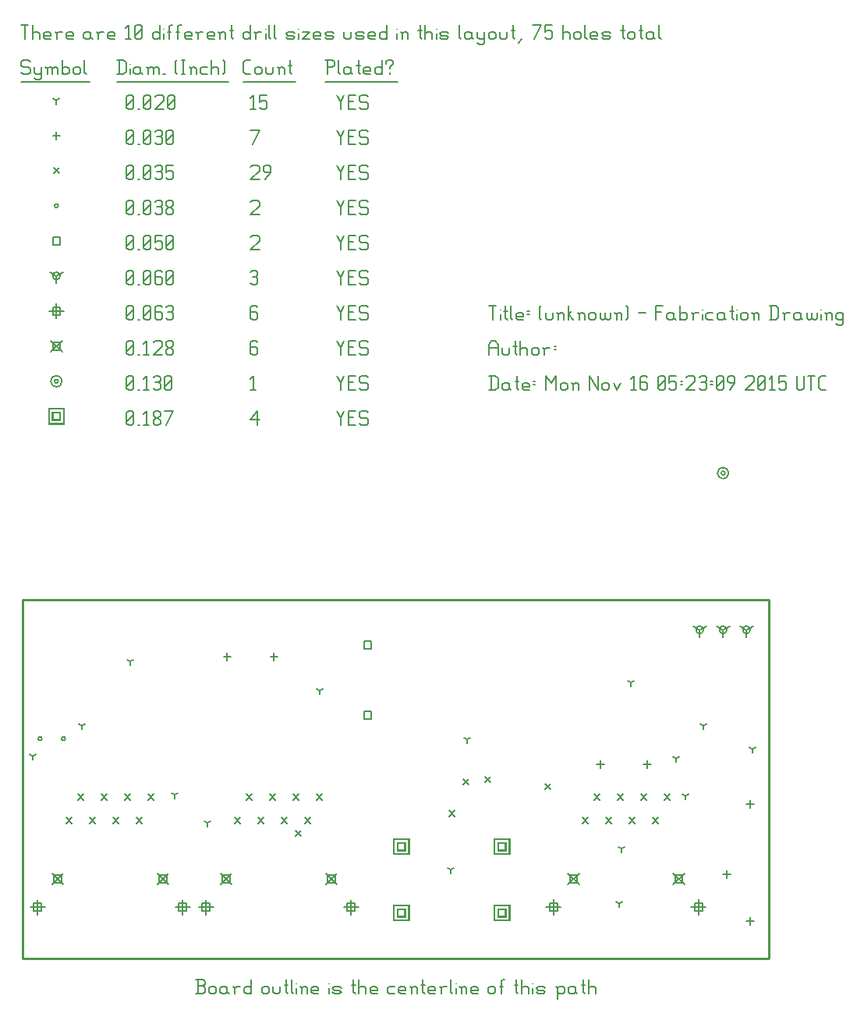
<source format=gbr>
G04 start of page 12 for group -3984 idx -3984 *
G04 Title: (unknown), fab *
G04 Creator: pcb 1.99z *
G04 CreationDate: Mon Nov 16 05:23:09 2015 UTC *
G04 For: commonadmin *
G04 Format: Gerber/RS-274X *
G04 PCB-Dimensions (mil): 3220.00 2260.00 *
G04 PCB-Coordinate-Origin: lower left *
%MOIN*%
%FSLAX25Y25*%
%LNFAB*%
%ADD112C,0.0100*%
%ADD111C,0.0075*%
%ADD110C,0.0060*%
%ADD109R,0.0080X0.0080*%
G54D109*X203900Y26600D02*X207100D01*
X203900D02*Y23400D01*
X207100D01*
Y26600D02*Y23400D01*
X202300Y28200D02*X208700D01*
X202300D02*Y21800D01*
X208700D01*
Y28200D02*Y21800D01*
X203900Y54946D02*X207100D01*
X203900D02*Y51746D01*
X207100D01*
Y54946D02*Y51746D01*
X202300Y56546D02*X208700D01*
X202300D02*Y50146D01*
X208700D01*
Y56546D02*Y50146D01*
X160900Y26600D02*X164100D01*
X160900D02*Y23400D01*
X164100D01*
Y26600D02*Y23400D01*
X159300Y28200D02*X165700D01*
X159300D02*Y21800D01*
X165700D01*
Y28200D02*Y21800D01*
X160900Y54946D02*X164100D01*
X160900D02*Y51746D01*
X164100D01*
Y54946D02*Y51746D01*
X159300Y56546D02*X165700D01*
X159300D02*Y50146D01*
X165700D01*
Y56546D02*Y50146D01*
X13400Y238850D02*X16600D01*
X13400D02*Y235650D01*
X16600D01*
Y238850D02*Y235650D01*
X11800Y240450D02*X18200D01*
X11800D02*Y234050D01*
X18200D01*
Y240450D02*Y234050D01*
G54D110*X135000Y239500D02*X136500Y236500D01*
X138000Y239500D01*
X136500Y236500D02*Y233500D01*
X139800Y236800D02*X142050D01*
X139800Y233500D02*X142800D01*
X139800Y239500D02*Y233500D01*
Y239500D02*X142800D01*
X147600D02*X148350Y238750D01*
X145350Y239500D02*X147600D01*
X144600Y238750D02*X145350Y239500D01*
X144600Y238750D02*Y237250D01*
X145350Y236500D01*
X147600D01*
X148350Y235750D01*
Y234250D01*
X147600Y233500D02*X148350Y234250D01*
X145350Y233500D02*X147600D01*
X144600Y234250D02*X145350Y233500D01*
X98000Y235750D02*X101000Y239500D01*
X98000Y235750D02*X101750D01*
X101000Y239500D02*Y233500D01*
X45000Y234250D02*X45750Y233500D01*
X45000Y238750D02*Y234250D01*
Y238750D02*X45750Y239500D01*
X47250D01*
X48000Y238750D01*
Y234250D01*
X47250Y233500D02*X48000Y234250D01*
X45750Y233500D02*X47250D01*
X45000Y235000D02*X48000Y238000D01*
X49800Y233500D02*X50550D01*
X52350Y238300D02*X53550Y239500D01*
Y233500D01*
X52350D02*X54600D01*
X56400Y234250D02*X57150Y233500D01*
X56400Y235450D02*Y234250D01*
Y235450D02*X57450Y236500D01*
X58350D01*
X59400Y235450D01*
Y234250D01*
X58650Y233500D02*X59400Y234250D01*
X57150Y233500D02*X58650D01*
X56400Y237550D02*X57450Y236500D01*
X56400Y238750D02*Y237550D01*
Y238750D02*X57150Y239500D01*
X58650D01*
X59400Y238750D01*
Y237550D01*
X58350Y236500D02*X59400Y237550D01*
X61950Y233500D02*X64950Y239500D01*
X61200D02*X64950D01*
X299200Y213000D02*G75*G03X300800Y213000I800J0D01*G01*
G75*G03X299200Y213000I-800J0D01*G01*
X297600D02*G75*G03X302400Y213000I2400J0D01*G01*
G75*G03X297600Y213000I-2400J0D01*G01*
X14200Y252250D02*G75*G03X15800Y252250I800J0D01*G01*
G75*G03X14200Y252250I-800J0D01*G01*
X12600D02*G75*G03X17400Y252250I2400J0D01*G01*
G75*G03X12600Y252250I-2400J0D01*G01*
X135000Y254500D02*X136500Y251500D01*
X138000Y254500D01*
X136500Y251500D02*Y248500D01*
X139800Y251800D02*X142050D01*
X139800Y248500D02*X142800D01*
X139800Y254500D02*Y248500D01*
Y254500D02*X142800D01*
X147600D02*X148350Y253750D01*
X145350Y254500D02*X147600D01*
X144600Y253750D02*X145350Y254500D01*
X144600Y253750D02*Y252250D01*
X145350Y251500D01*
X147600D01*
X148350Y250750D01*
Y249250D01*
X147600Y248500D02*X148350Y249250D01*
X145350Y248500D02*X147600D01*
X144600Y249250D02*X145350Y248500D01*
X98000Y253300D02*X99200Y254500D01*
Y248500D01*
X98000D02*X100250D01*
X45000Y249250D02*X45750Y248500D01*
X45000Y253750D02*Y249250D01*
Y253750D02*X45750Y254500D01*
X47250D01*
X48000Y253750D01*
Y249250D01*
X47250Y248500D02*X48000Y249250D01*
X45750Y248500D02*X47250D01*
X45000Y250000D02*X48000Y253000D01*
X49800Y248500D02*X50550D01*
X52350Y253300D02*X53550Y254500D01*
Y248500D01*
X52350D02*X54600D01*
X56400Y253750D02*X57150Y254500D01*
X58650D01*
X59400Y253750D01*
X58650Y248500D02*X59400Y249250D01*
X57150Y248500D02*X58650D01*
X56400Y249250D02*X57150Y248500D01*
Y251800D02*X58650D01*
X59400Y253750D02*Y252550D01*
Y251050D02*Y249250D01*
Y251050D02*X58650Y251800D01*
X59400Y252550D02*X58650Y251800D01*
X61200Y249250D02*X61950Y248500D01*
X61200Y253750D02*Y249250D01*
Y253750D02*X61950Y254500D01*
X63450D01*
X64200Y253750D01*
Y249250D01*
X63450Y248500D02*X64200Y249250D01*
X61950Y248500D02*X63450D01*
X61200Y250000D02*X64200Y253000D01*
X233643Y41908D02*X238443Y37108D01*
X233643D02*X238443Y41908D01*
X234443Y41108D02*X237643D01*
X234443D02*Y37908D01*
X237643D01*
Y41108D02*Y37908D01*
X278643Y41908D02*X283443Y37108D01*
X278643D02*X283443Y41908D01*
X279443Y41108D02*X282643D01*
X279443D02*Y37908D01*
X282643D01*
Y41108D02*Y37908D01*
X13100Y41900D02*X17900Y37100D01*
X13100D02*X17900Y41900D01*
X13900Y41100D02*X17100D01*
X13900D02*Y37900D01*
X17100D01*
Y41100D02*Y37900D01*
X58100Y41900D02*X62900Y37100D01*
X58100D02*X62900Y41900D01*
X58900Y41100D02*X62100D01*
X58900D02*Y37900D01*
X62100D01*
Y41100D02*Y37900D01*
X85100Y41900D02*X89900Y37100D01*
X85100D02*X89900Y41900D01*
X85900Y41100D02*X89100D01*
X85900D02*Y37900D01*
X89100D01*
Y41100D02*Y37900D01*
X130100Y41900D02*X134900Y37100D01*
X130100D02*X134900Y41900D01*
X130900Y41100D02*X134100D01*
X130900D02*Y37900D01*
X134100D01*
Y41100D02*Y37900D01*
X12600Y269650D02*X17400Y264850D01*
X12600D02*X17400Y269650D01*
X13400Y268850D02*X16600D01*
X13400D02*Y265650D01*
X16600D01*
Y268850D02*Y265650D01*
X135000Y269500D02*X136500Y266500D01*
X138000Y269500D01*
X136500Y266500D02*Y263500D01*
X139800Y266800D02*X142050D01*
X139800Y263500D02*X142800D01*
X139800Y269500D02*Y263500D01*
Y269500D02*X142800D01*
X147600D02*X148350Y268750D01*
X145350Y269500D02*X147600D01*
X144600Y268750D02*X145350Y269500D01*
X144600Y268750D02*Y267250D01*
X145350Y266500D01*
X147600D01*
X148350Y265750D01*
Y264250D01*
X147600Y263500D02*X148350Y264250D01*
X145350Y263500D02*X147600D01*
X144600Y264250D02*X145350Y263500D01*
X100250Y269500D02*X101000Y268750D01*
X98750Y269500D02*X100250D01*
X98000Y268750D02*X98750Y269500D01*
X98000Y268750D02*Y264250D01*
X98750Y263500D01*
X100250Y266800D02*X101000Y266050D01*
X98000Y266800D02*X100250D01*
X98750Y263500D02*X100250D01*
X101000Y264250D01*
Y266050D02*Y264250D01*
X45000D02*X45750Y263500D01*
X45000Y268750D02*Y264250D01*
Y268750D02*X45750Y269500D01*
X47250D01*
X48000Y268750D01*
Y264250D01*
X47250Y263500D02*X48000Y264250D01*
X45750Y263500D02*X47250D01*
X45000Y265000D02*X48000Y268000D01*
X49800Y263500D02*X50550D01*
X52350Y268300D02*X53550Y269500D01*
Y263500D01*
X52350D02*X54600D01*
X56400Y268750D02*X57150Y269500D01*
X59400D01*
X60150Y268750D01*
Y267250D01*
X56400Y263500D02*X60150Y267250D01*
X56400Y263500D02*X60150D01*
X61950Y264250D02*X62700Y263500D01*
X61950Y265450D02*Y264250D01*
Y265450D02*X63000Y266500D01*
X63900D01*
X64950Y265450D01*
Y264250D01*
X64200Y263500D02*X64950Y264250D01*
X62700Y263500D02*X64200D01*
X61950Y267550D02*X63000Y266500D01*
X61950Y268750D02*Y267550D01*
Y268750D02*X62700Y269500D01*
X64200D01*
X64950Y268750D01*
Y267550D01*
X63900Y266500D02*X64950Y267550D01*
X227500Y30700D02*Y24300D01*
X224300Y27500D02*X230700D01*
X225900Y29100D02*X229100D01*
X225900D02*Y25900D01*
X229100D01*
Y29100D02*Y25900D01*
X289508Y30700D02*Y24300D01*
X286308Y27500D02*X292708D01*
X287908Y29100D02*X291108D01*
X287908D02*Y25900D01*
X291108D01*
Y29100D02*Y25900D01*
X6957Y30692D02*Y24292D01*
X3757Y27492D02*X10157D01*
X5357Y29092D02*X8557D01*
X5357D02*Y25892D01*
X8557D01*
Y29092D02*Y25892D01*
X68965Y30692D02*Y24292D01*
X65765Y27492D02*X72165D01*
X67365Y29092D02*X70565D01*
X67365D02*Y25892D01*
X70565D01*
Y29092D02*Y25892D01*
X78957Y30692D02*Y24292D01*
X75757Y27492D02*X82157D01*
X77357Y29092D02*X80557D01*
X77357D02*Y25892D01*
X80557D01*
Y29092D02*Y25892D01*
X140965Y30692D02*Y24292D01*
X137765Y27492D02*X144165D01*
X139365Y29092D02*X142565D01*
X139365D02*Y25892D01*
X142565D01*
Y29092D02*Y25892D01*
X15000Y285450D02*Y279050D01*
X11800Y282250D02*X18200D01*
X13400Y283850D02*X16600D01*
X13400D02*Y280650D01*
X16600D01*
Y283850D02*Y280650D01*
X135000Y284500D02*X136500Y281500D01*
X138000Y284500D01*
X136500Y281500D02*Y278500D01*
X139800Y281800D02*X142050D01*
X139800Y278500D02*X142800D01*
X139800Y284500D02*Y278500D01*
Y284500D02*X142800D01*
X147600D02*X148350Y283750D01*
X145350Y284500D02*X147600D01*
X144600Y283750D02*X145350Y284500D01*
X144600Y283750D02*Y282250D01*
X145350Y281500D01*
X147600D01*
X148350Y280750D01*
Y279250D01*
X147600Y278500D02*X148350Y279250D01*
X145350Y278500D02*X147600D01*
X144600Y279250D02*X145350Y278500D01*
X100250Y284500D02*X101000Y283750D01*
X98750Y284500D02*X100250D01*
X98000Y283750D02*X98750Y284500D01*
X98000Y283750D02*Y279250D01*
X98750Y278500D01*
X100250Y281800D02*X101000Y281050D01*
X98000Y281800D02*X100250D01*
X98750Y278500D02*X100250D01*
X101000Y279250D01*
Y281050D02*Y279250D01*
X45000D02*X45750Y278500D01*
X45000Y283750D02*Y279250D01*
Y283750D02*X45750Y284500D01*
X47250D01*
X48000Y283750D01*
Y279250D01*
X47250Y278500D02*X48000Y279250D01*
X45750Y278500D02*X47250D01*
X45000Y280000D02*X48000Y283000D01*
X49800Y278500D02*X50550D01*
X52350Y279250D02*X53100Y278500D01*
X52350Y283750D02*Y279250D01*
Y283750D02*X53100Y284500D01*
X54600D01*
X55350Y283750D01*
Y279250D01*
X54600Y278500D02*X55350Y279250D01*
X53100Y278500D02*X54600D01*
X52350Y280000D02*X55350Y283000D01*
X59400Y284500D02*X60150Y283750D01*
X57900Y284500D02*X59400D01*
X57150Y283750D02*X57900Y284500D01*
X57150Y283750D02*Y279250D01*
X57900Y278500D01*
X59400Y281800D02*X60150Y281050D01*
X57150Y281800D02*X59400D01*
X57900Y278500D02*X59400D01*
X60150Y279250D01*
Y281050D02*Y279250D01*
X61950Y283750D02*X62700Y284500D01*
X64200D01*
X64950Y283750D01*
X64200Y278500D02*X64950Y279250D01*
X62700Y278500D02*X64200D01*
X61950Y279250D02*X62700Y278500D01*
Y281800D02*X64200D01*
X64950Y283750D02*Y282550D01*
Y281050D02*Y279250D01*
Y281050D02*X64200Y281800D01*
X64950Y282550D02*X64200Y281800D01*
X290000Y146000D02*Y142800D01*
Y146000D02*X292773Y147600D01*
X290000Y146000D02*X287227Y147600D01*
X288400Y146000D02*G75*G03X291600Y146000I1600J0D01*G01*
G75*G03X288400Y146000I-1600J0D01*G01*
X300000D02*Y142800D01*
Y146000D02*X302773Y147600D01*
X300000Y146000D02*X297227Y147600D01*
X298400Y146000D02*G75*G03X301600Y146000I1600J0D01*G01*
G75*G03X298400Y146000I-1600J0D01*G01*
X310000D02*Y142800D01*
Y146000D02*X312773Y147600D01*
X310000Y146000D02*X307227Y147600D01*
X308400Y146000D02*G75*G03X311600Y146000I1600J0D01*G01*
G75*G03X308400Y146000I-1600J0D01*G01*
X15000Y297250D02*Y294050D01*
Y297250D02*X17773Y298850D01*
X15000Y297250D02*X12227Y298850D01*
X13400Y297250D02*G75*G03X16600Y297250I1600J0D01*G01*
G75*G03X13400Y297250I-1600J0D01*G01*
X135000Y299500D02*X136500Y296500D01*
X138000Y299500D01*
X136500Y296500D02*Y293500D01*
X139800Y296800D02*X142050D01*
X139800Y293500D02*X142800D01*
X139800Y299500D02*Y293500D01*
Y299500D02*X142800D01*
X147600D02*X148350Y298750D01*
X145350Y299500D02*X147600D01*
X144600Y298750D02*X145350Y299500D01*
X144600Y298750D02*Y297250D01*
X145350Y296500D01*
X147600D01*
X148350Y295750D01*
Y294250D01*
X147600Y293500D02*X148350Y294250D01*
X145350Y293500D02*X147600D01*
X144600Y294250D02*X145350Y293500D01*
X98000Y298750D02*X98750Y299500D01*
X100250D01*
X101000Y298750D01*
X100250Y293500D02*X101000Y294250D01*
X98750Y293500D02*X100250D01*
X98000Y294250D02*X98750Y293500D01*
Y296800D02*X100250D01*
X101000Y298750D02*Y297550D01*
Y296050D02*Y294250D01*
Y296050D02*X100250Y296800D01*
X101000Y297550D02*X100250Y296800D01*
X45000Y294250D02*X45750Y293500D01*
X45000Y298750D02*Y294250D01*
Y298750D02*X45750Y299500D01*
X47250D01*
X48000Y298750D01*
Y294250D01*
X47250Y293500D02*X48000Y294250D01*
X45750Y293500D02*X47250D01*
X45000Y295000D02*X48000Y298000D01*
X49800Y293500D02*X50550D01*
X52350Y294250D02*X53100Y293500D01*
X52350Y298750D02*Y294250D01*
Y298750D02*X53100Y299500D01*
X54600D01*
X55350Y298750D01*
Y294250D01*
X54600Y293500D02*X55350Y294250D01*
X53100Y293500D02*X54600D01*
X52350Y295000D02*X55350Y298000D01*
X59400Y299500D02*X60150Y298750D01*
X57900Y299500D02*X59400D01*
X57150Y298750D02*X57900Y299500D01*
X57150Y298750D02*Y294250D01*
X57900Y293500D01*
X59400Y296800D02*X60150Y296050D01*
X57150Y296800D02*X59400D01*
X57900Y293500D02*X59400D01*
X60150Y294250D01*
Y296050D02*Y294250D01*
X61950D02*X62700Y293500D01*
X61950Y298750D02*Y294250D01*
Y298750D02*X62700Y299500D01*
X64200D01*
X64950Y298750D01*
Y294250D01*
X64200Y293500D02*X64950Y294250D01*
X62700Y293500D02*X64200D01*
X61950Y295000D02*X64950Y298000D01*
X146400Y141100D02*X149600D01*
X146400D02*Y137900D01*
X149600D01*
Y141100D02*Y137900D01*
X146400Y111100D02*X149600D01*
X146400D02*Y107900D01*
X149600D01*
Y111100D02*Y107900D01*
X13400Y313850D02*X16600D01*
X13400D02*Y310650D01*
X16600D01*
Y313850D02*Y310650D01*
X135000Y314500D02*X136500Y311500D01*
X138000Y314500D01*
X136500Y311500D02*Y308500D01*
X139800Y311800D02*X142050D01*
X139800Y308500D02*X142800D01*
X139800Y314500D02*Y308500D01*
Y314500D02*X142800D01*
X147600D02*X148350Y313750D01*
X145350Y314500D02*X147600D01*
X144600Y313750D02*X145350Y314500D01*
X144600Y313750D02*Y312250D01*
X145350Y311500D01*
X147600D01*
X148350Y310750D01*
Y309250D01*
X147600Y308500D02*X148350Y309250D01*
X145350Y308500D02*X147600D01*
X144600Y309250D02*X145350Y308500D01*
X98000Y313750D02*X98750Y314500D01*
X101000D01*
X101750Y313750D01*
Y312250D01*
X98000Y308500D02*X101750Y312250D01*
X98000Y308500D02*X101750D01*
X45000Y309250D02*X45750Y308500D01*
X45000Y313750D02*Y309250D01*
Y313750D02*X45750Y314500D01*
X47250D01*
X48000Y313750D01*
Y309250D01*
X47250Y308500D02*X48000Y309250D01*
X45750Y308500D02*X47250D01*
X45000Y310000D02*X48000Y313000D01*
X49800Y308500D02*X50550D01*
X52350Y309250D02*X53100Y308500D01*
X52350Y313750D02*Y309250D01*
Y313750D02*X53100Y314500D01*
X54600D01*
X55350Y313750D01*
Y309250D01*
X54600Y308500D02*X55350Y309250D01*
X53100Y308500D02*X54600D01*
X52350Y310000D02*X55350Y313000D01*
X57150Y314500D02*X60150D01*
X57150D02*Y311500D01*
X57900Y312250D01*
X59400D01*
X60150Y311500D01*
Y309250D01*
X59400Y308500D02*X60150Y309250D01*
X57900Y308500D02*X59400D01*
X57150Y309250D02*X57900Y308500D01*
X61950Y309250D02*X62700Y308500D01*
X61950Y313750D02*Y309250D01*
Y313750D02*X62700Y314500D01*
X64200D01*
X64950Y313750D01*
Y309250D01*
X64200Y308500D02*X64950Y309250D01*
X62700Y308500D02*X64200D01*
X61950Y310000D02*X64950Y313000D01*
X17200Y99500D02*G75*G03X18800Y99500I800J0D01*G01*
G75*G03X17200Y99500I-800J0D01*G01*
X7200D02*G75*G03X8800Y99500I800J0D01*G01*
G75*G03X7200Y99500I-800J0D01*G01*
X14200Y327250D02*G75*G03X15800Y327250I800J0D01*G01*
G75*G03X14200Y327250I-800J0D01*G01*
X135000Y329500D02*X136500Y326500D01*
X138000Y329500D01*
X136500Y326500D02*Y323500D01*
X139800Y326800D02*X142050D01*
X139800Y323500D02*X142800D01*
X139800Y329500D02*Y323500D01*
Y329500D02*X142800D01*
X147600D02*X148350Y328750D01*
X145350Y329500D02*X147600D01*
X144600Y328750D02*X145350Y329500D01*
X144600Y328750D02*Y327250D01*
X145350Y326500D01*
X147600D01*
X148350Y325750D01*
Y324250D01*
X147600Y323500D02*X148350Y324250D01*
X145350Y323500D02*X147600D01*
X144600Y324250D02*X145350Y323500D01*
X98000Y328750D02*X98750Y329500D01*
X101000D01*
X101750Y328750D01*
Y327250D01*
X98000Y323500D02*X101750Y327250D01*
X98000Y323500D02*X101750D01*
X45000Y324250D02*X45750Y323500D01*
X45000Y328750D02*Y324250D01*
Y328750D02*X45750Y329500D01*
X47250D01*
X48000Y328750D01*
Y324250D01*
X47250Y323500D02*X48000Y324250D01*
X45750Y323500D02*X47250D01*
X45000Y325000D02*X48000Y328000D01*
X49800Y323500D02*X50550D01*
X52350Y324250D02*X53100Y323500D01*
X52350Y328750D02*Y324250D01*
Y328750D02*X53100Y329500D01*
X54600D01*
X55350Y328750D01*
Y324250D01*
X54600Y323500D02*X55350Y324250D01*
X53100Y323500D02*X54600D01*
X52350Y325000D02*X55350Y328000D01*
X57150Y328750D02*X57900Y329500D01*
X59400D01*
X60150Y328750D01*
X59400Y323500D02*X60150Y324250D01*
X57900Y323500D02*X59400D01*
X57150Y324250D02*X57900Y323500D01*
Y326800D02*X59400D01*
X60150Y328750D02*Y327550D01*
Y326050D02*Y324250D01*
Y326050D02*X59400Y326800D01*
X60150Y327550D02*X59400Y326800D01*
X61950Y324250D02*X62700Y323500D01*
X61950Y325450D02*Y324250D01*
Y325450D02*X63000Y326500D01*
X63900D01*
X64950Y325450D01*
Y324250D01*
X64200Y323500D02*X64950Y324250D01*
X62700Y323500D02*X64200D01*
X61950Y327550D02*X63000Y326500D01*
X61950Y328750D02*Y327550D01*
Y328750D02*X62700Y329500D01*
X64200D01*
X64950Y328750D01*
Y327550D01*
X63900Y326500D02*X64950Y327550D01*
X182800Y68700D02*X185200Y66300D01*
X182800D02*X185200Y68700D01*
X117300Y60200D02*X119700Y57800D01*
X117300D02*X119700Y60200D01*
X188800Y82200D02*X191200Y79800D01*
X188800D02*X191200Y82200D01*
X223800Y80200D02*X226200Y77800D01*
X223800D02*X226200Y80200D01*
X198300Y83200D02*X200700Y80800D01*
X198300D02*X200700Y83200D01*
X244843Y75708D02*X247243Y73308D01*
X244843D02*X247243Y75708D01*
X254843D02*X257243Y73308D01*
X254843D02*X257243Y75708D01*
X264843D02*X267243Y73308D01*
X264843D02*X267243Y75708D01*
X274843D02*X277243Y73308D01*
X274843D02*X277243Y75708D01*
X239843Y65708D02*X242243Y63308D01*
X239843D02*X242243Y65708D01*
X249843D02*X252243Y63308D01*
X249843D02*X252243Y65708D01*
X259843D02*X262243Y63308D01*
X259843D02*X262243Y65708D01*
X269843D02*X272243Y63308D01*
X269843D02*X272243Y65708D01*
X24300Y75700D02*X26700Y73300D01*
X24300D02*X26700Y75700D01*
X34300D02*X36700Y73300D01*
X34300D02*X36700Y75700D01*
X44300D02*X46700Y73300D01*
X44300D02*X46700Y75700D01*
X54300D02*X56700Y73300D01*
X54300D02*X56700Y75700D01*
X19300Y65700D02*X21700Y63300D01*
X19300D02*X21700Y65700D01*
X29300D02*X31700Y63300D01*
X29300D02*X31700Y65700D01*
X39300D02*X41700Y63300D01*
X39300D02*X41700Y65700D01*
X49300D02*X51700Y63300D01*
X49300D02*X51700Y65700D01*
X96300Y75700D02*X98700Y73300D01*
X96300D02*X98700Y75700D01*
X106300D02*X108700Y73300D01*
X106300D02*X108700Y75700D01*
X116300D02*X118700Y73300D01*
X116300D02*X118700Y75700D01*
X126300D02*X128700Y73300D01*
X126300D02*X128700Y75700D01*
X91300Y65700D02*X93700Y63300D01*
X91300D02*X93700Y65700D01*
X101300D02*X103700Y63300D01*
X101300D02*X103700Y65700D01*
X111300D02*X113700Y63300D01*
X111300D02*X113700Y65700D01*
X121300D02*X123700Y63300D01*
X121300D02*X123700Y65700D01*
X13800Y343450D02*X16200Y341050D01*
X13800D02*X16200Y343450D01*
X135000Y344500D02*X136500Y341500D01*
X138000Y344500D01*
X136500Y341500D02*Y338500D01*
X139800Y341800D02*X142050D01*
X139800Y338500D02*X142800D01*
X139800Y344500D02*Y338500D01*
Y344500D02*X142800D01*
X147600D02*X148350Y343750D01*
X145350Y344500D02*X147600D01*
X144600Y343750D02*X145350Y344500D01*
X144600Y343750D02*Y342250D01*
X145350Y341500D01*
X147600D01*
X148350Y340750D01*
Y339250D01*
X147600Y338500D02*X148350Y339250D01*
X145350Y338500D02*X147600D01*
X144600Y339250D02*X145350Y338500D01*
X98000Y343750D02*X98750Y344500D01*
X101000D01*
X101750Y343750D01*
Y342250D01*
X98000Y338500D02*X101750Y342250D01*
X98000Y338500D02*X101750D01*
X104300D02*X106550Y341500D01*
Y343750D02*Y341500D01*
X105800Y344500D02*X106550Y343750D01*
X104300Y344500D02*X105800D01*
X103550Y343750D02*X104300Y344500D01*
X103550Y343750D02*Y342250D01*
X104300Y341500D01*
X106550D01*
X45000Y339250D02*X45750Y338500D01*
X45000Y343750D02*Y339250D01*
Y343750D02*X45750Y344500D01*
X47250D01*
X48000Y343750D01*
Y339250D01*
X47250Y338500D02*X48000Y339250D01*
X45750Y338500D02*X47250D01*
X45000Y340000D02*X48000Y343000D01*
X49800Y338500D02*X50550D01*
X52350Y339250D02*X53100Y338500D01*
X52350Y343750D02*Y339250D01*
Y343750D02*X53100Y344500D01*
X54600D01*
X55350Y343750D01*
Y339250D01*
X54600Y338500D02*X55350Y339250D01*
X53100Y338500D02*X54600D01*
X52350Y340000D02*X55350Y343000D01*
X57150Y343750D02*X57900Y344500D01*
X59400D01*
X60150Y343750D01*
X59400Y338500D02*X60150Y339250D01*
X57900Y338500D02*X59400D01*
X57150Y339250D02*X57900Y338500D01*
Y341800D02*X59400D01*
X60150Y343750D02*Y342550D01*
Y341050D02*Y339250D01*
Y341050D02*X59400Y341800D01*
X60150Y342550D02*X59400Y341800D01*
X61950Y344500D02*X64950D01*
X61950D02*Y341500D01*
X62700Y342250D01*
X64200D01*
X64950Y341500D01*
Y339250D01*
X64200Y338500D02*X64950Y339250D01*
X62700Y338500D02*X64200D01*
X61950Y339250D02*X62700Y338500D01*
X247500Y90100D02*Y86900D01*
X245900Y88500D02*X249100D01*
X267500Y90100D02*Y86900D01*
X265900Y88500D02*X269100D01*
X88000Y136100D02*Y132900D01*
X86400Y134500D02*X89600D01*
X108000Y136100D02*Y132900D01*
X106400Y134500D02*X109600D01*
X311500Y73100D02*Y69900D01*
X309900Y71500D02*X313100D01*
X311500Y23100D02*Y19900D01*
X309900Y21500D02*X313100D01*
X301500Y43100D02*Y39900D01*
X299900Y41500D02*X303100D01*
X15000Y358850D02*Y355650D01*
X13400Y357250D02*X16600D01*
X135000Y359500D02*X136500Y356500D01*
X138000Y359500D01*
X136500Y356500D02*Y353500D01*
X139800Y356800D02*X142050D01*
X139800Y353500D02*X142800D01*
X139800Y359500D02*Y353500D01*
Y359500D02*X142800D01*
X147600D02*X148350Y358750D01*
X145350Y359500D02*X147600D01*
X144600Y358750D02*X145350Y359500D01*
X144600Y358750D02*Y357250D01*
X145350Y356500D01*
X147600D01*
X148350Y355750D01*
Y354250D01*
X147600Y353500D02*X148350Y354250D01*
X145350Y353500D02*X147600D01*
X144600Y354250D02*X145350Y353500D01*
X98750D02*X101750Y359500D01*
X98000D02*X101750D01*
X45000Y354250D02*X45750Y353500D01*
X45000Y358750D02*Y354250D01*
Y358750D02*X45750Y359500D01*
X47250D01*
X48000Y358750D01*
Y354250D01*
X47250Y353500D02*X48000Y354250D01*
X45750Y353500D02*X47250D01*
X45000Y355000D02*X48000Y358000D01*
X49800Y353500D02*X50550D01*
X52350Y354250D02*X53100Y353500D01*
X52350Y358750D02*Y354250D01*
Y358750D02*X53100Y359500D01*
X54600D01*
X55350Y358750D01*
Y354250D01*
X54600Y353500D02*X55350Y354250D01*
X53100Y353500D02*X54600D01*
X52350Y355000D02*X55350Y358000D01*
X57150Y358750D02*X57900Y359500D01*
X59400D01*
X60150Y358750D01*
X59400Y353500D02*X60150Y354250D01*
X57900Y353500D02*X59400D01*
X57150Y354250D02*X57900Y353500D01*
Y356800D02*X59400D01*
X60150Y358750D02*Y357550D01*
Y356050D02*Y354250D01*
Y356050D02*X59400Y356800D01*
X60150Y357550D02*X59400Y356800D01*
X61950Y354250D02*X62700Y353500D01*
X61950Y358750D02*Y354250D01*
Y358750D02*X62700Y359500D01*
X64200D01*
X64950Y358750D01*
Y354250D01*
X64200Y353500D02*X64950Y354250D01*
X62700Y353500D02*X64200D01*
X61950Y355000D02*X64950Y358000D01*
X190500Y99028D02*Y97428D01*
Y99028D02*X191887Y99828D01*
X190500Y99028D02*X189113Y99828D01*
X5000Y92000D02*Y90400D01*
Y92000D02*X6387Y92800D01*
X5000Y92000D02*X3613Y92800D01*
X46500Y132500D02*Y130900D01*
Y132500D02*X47887Y133300D01*
X46500Y132500D02*X45113Y133300D01*
X26000Y105000D02*Y103400D01*
Y105000D02*X27387Y105800D01*
X26000Y105000D02*X24613Y105800D01*
X127500Y120000D02*Y118400D01*
Y120000D02*X128887Y120800D01*
X127500Y120000D02*X126113Y120800D01*
X260500Y123500D02*Y121900D01*
Y123500D02*X261887Y124300D01*
X260500Y123500D02*X259113Y124300D01*
X65500Y75500D02*Y73900D01*
Y75500D02*X66887Y76300D01*
X65500Y75500D02*X64113Y76300D01*
X79500Y63500D02*Y61900D01*
Y63500D02*X80887Y64300D01*
X79500Y63500D02*X78113Y64300D01*
X183500Y43500D02*Y41900D01*
Y43500D02*X184887Y44300D01*
X183500Y43500D02*X182113Y44300D01*
X256500Y52500D02*Y50900D01*
Y52500D02*X257887Y53300D01*
X256500Y52500D02*X255113Y53300D01*
X255500Y29000D02*Y27400D01*
Y29000D02*X256887Y29800D01*
X255500Y29000D02*X254113Y29800D01*
X280000Y91000D02*Y89400D01*
Y91000D02*X281387Y91800D01*
X280000Y91000D02*X278613Y91800D01*
X291500Y105000D02*Y103400D01*
Y105000D02*X292887Y105800D01*
X291500Y105000D02*X290113Y105800D01*
X312500Y95000D02*Y93400D01*
Y95000D02*X313887Y95800D01*
X312500Y95000D02*X311113Y95800D01*
X284000Y75000D02*Y73400D01*
Y75000D02*X285387Y75800D01*
X284000Y75000D02*X282613Y75800D01*
X15000Y372250D02*Y370650D01*
Y372250D02*X16387Y373050D01*
X15000Y372250D02*X13613Y373050D01*
X135000Y374500D02*X136500Y371500D01*
X138000Y374500D01*
X136500Y371500D02*Y368500D01*
X139800Y371800D02*X142050D01*
X139800Y368500D02*X142800D01*
X139800Y374500D02*Y368500D01*
Y374500D02*X142800D01*
X147600D02*X148350Y373750D01*
X145350Y374500D02*X147600D01*
X144600Y373750D02*X145350Y374500D01*
X144600Y373750D02*Y372250D01*
X145350Y371500D01*
X147600D01*
X148350Y370750D01*
Y369250D01*
X147600Y368500D02*X148350Y369250D01*
X145350Y368500D02*X147600D01*
X144600Y369250D02*X145350Y368500D01*
X98000Y373300D02*X99200Y374500D01*
Y368500D01*
X98000D02*X100250D01*
X102050Y374500D02*X105050D01*
X102050D02*Y371500D01*
X102800Y372250D01*
X104300D01*
X105050Y371500D01*
Y369250D01*
X104300Y368500D02*X105050Y369250D01*
X102800Y368500D02*X104300D01*
X102050Y369250D02*X102800Y368500D01*
X45000Y369250D02*X45750Y368500D01*
X45000Y373750D02*Y369250D01*
Y373750D02*X45750Y374500D01*
X47250D01*
X48000Y373750D01*
Y369250D01*
X47250Y368500D02*X48000Y369250D01*
X45750Y368500D02*X47250D01*
X45000Y370000D02*X48000Y373000D01*
X49800Y368500D02*X50550D01*
X52350Y369250D02*X53100Y368500D01*
X52350Y373750D02*Y369250D01*
Y373750D02*X53100Y374500D01*
X54600D01*
X55350Y373750D01*
Y369250D01*
X54600Y368500D02*X55350Y369250D01*
X53100Y368500D02*X54600D01*
X52350Y370000D02*X55350Y373000D01*
X57150Y373750D02*X57900Y374500D01*
X60150D01*
X60900Y373750D01*
Y372250D01*
X57150Y368500D02*X60900Y372250D01*
X57150Y368500D02*X60900D01*
X62700Y369250D02*X63450Y368500D01*
X62700Y373750D02*Y369250D01*
Y373750D02*X63450Y374500D01*
X64950D01*
X65700Y373750D01*
Y369250D01*
X64950Y368500D02*X65700Y369250D01*
X63450Y368500D02*X64950D01*
X62700Y370000D02*X65700Y373000D01*
X3000Y389500D02*X3750Y388750D01*
X750Y389500D02*X3000D01*
X0Y388750D02*X750Y389500D01*
X0Y388750D02*Y387250D01*
X750Y386500D01*
X3000D01*
X3750Y385750D01*
Y384250D01*
X3000Y383500D02*X3750Y384250D01*
X750Y383500D02*X3000D01*
X0Y384250D02*X750Y383500D01*
X5550Y386500D02*Y384250D01*
X6300Y383500D01*
X8550Y386500D02*Y382000D01*
X7800Y381250D02*X8550Y382000D01*
X6300Y381250D02*X7800D01*
X5550Y382000D02*X6300Y381250D01*
Y383500D02*X7800D01*
X8550Y384250D01*
X11100Y385750D02*Y383500D01*
Y385750D02*X11850Y386500D01*
X12600D01*
X13350Y385750D01*
Y383500D01*
Y385750D02*X14100Y386500D01*
X14850D01*
X15600Y385750D01*
Y383500D01*
X10350Y386500D02*X11100Y385750D01*
X17400Y389500D02*Y383500D01*
Y384250D02*X18150Y383500D01*
X19650D01*
X20400Y384250D01*
Y385750D02*Y384250D01*
X19650Y386500D02*X20400Y385750D01*
X18150Y386500D02*X19650D01*
X17400Y385750D02*X18150Y386500D01*
X22200Y385750D02*Y384250D01*
Y385750D02*X22950Y386500D01*
X24450D01*
X25200Y385750D01*
Y384250D01*
X24450Y383500D02*X25200Y384250D01*
X22950Y383500D02*X24450D01*
X22200Y384250D02*X22950Y383500D01*
X27000Y389500D02*Y384250D01*
X27750Y383500D01*
X0Y380250D02*X29250D01*
X41750Y389500D02*Y383500D01*
X43700Y389500D02*X44750Y388450D01*
Y384550D01*
X43700Y383500D02*X44750Y384550D01*
X41000Y383500D02*X43700D01*
X41000Y389500D02*X43700D01*
G54D111*X46550Y388000D02*Y387850D01*
G54D110*Y385750D02*Y383500D01*
X50300Y386500D02*X51050Y385750D01*
X48800Y386500D02*X50300D01*
X48050Y385750D02*X48800Y386500D01*
X48050Y385750D02*Y384250D01*
X48800Y383500D01*
X51050Y386500D02*Y384250D01*
X51800Y383500D01*
X48800D02*X50300D01*
X51050Y384250D01*
X54350Y385750D02*Y383500D01*
Y385750D02*X55100Y386500D01*
X55850D01*
X56600Y385750D01*
Y383500D01*
Y385750D02*X57350Y386500D01*
X58100D01*
X58850Y385750D01*
Y383500D01*
X53600Y386500D02*X54350Y385750D01*
X60650Y383500D02*X61400D01*
X65900Y384250D02*X66650Y383500D01*
X65900Y388750D02*X66650Y389500D01*
X65900Y388750D02*Y384250D01*
X68450Y389500D02*X69950D01*
X69200D02*Y383500D01*
X68450D02*X69950D01*
X72500Y385750D02*Y383500D01*
Y385750D02*X73250Y386500D01*
X74000D01*
X74750Y385750D01*
Y383500D01*
X71750Y386500D02*X72500Y385750D01*
X77300Y386500D02*X79550D01*
X76550Y385750D02*X77300Y386500D01*
X76550Y385750D02*Y384250D01*
X77300Y383500D01*
X79550D01*
X81350Y389500D02*Y383500D01*
Y385750D02*X82100Y386500D01*
X83600D01*
X84350Y385750D01*
Y383500D01*
X86150Y389500D02*X86900Y388750D01*
Y384250D01*
X86150Y383500D02*X86900Y384250D01*
X41000Y380250D02*X88700D01*
X96050Y383500D02*X98000D01*
X95000Y384550D02*X96050Y383500D01*
X95000Y388450D02*Y384550D01*
Y388450D02*X96050Y389500D01*
X98000D01*
X99800Y385750D02*Y384250D01*
Y385750D02*X100550Y386500D01*
X102050D01*
X102800Y385750D01*
Y384250D01*
X102050Y383500D02*X102800Y384250D01*
X100550Y383500D02*X102050D01*
X99800Y384250D02*X100550Y383500D01*
X104600Y386500D02*Y384250D01*
X105350Y383500D01*
X106850D01*
X107600Y384250D01*
Y386500D02*Y384250D01*
X110150Y385750D02*Y383500D01*
Y385750D02*X110900Y386500D01*
X111650D01*
X112400Y385750D01*
Y383500D01*
X109400Y386500D02*X110150Y385750D01*
X114950Y389500D02*Y384250D01*
X115700Y383500D01*
X114200Y387250D02*X115700D01*
X95000Y380250D02*X117200D01*
X130750Y389500D02*Y383500D01*
X130000Y389500D02*X133000D01*
X133750Y388750D01*
Y387250D01*
X133000Y386500D02*X133750Y387250D01*
X130750Y386500D02*X133000D01*
X135550Y389500D02*Y384250D01*
X136300Y383500D01*
X140050Y386500D02*X140800Y385750D01*
X138550Y386500D02*X140050D01*
X137800Y385750D02*X138550Y386500D01*
X137800Y385750D02*Y384250D01*
X138550Y383500D01*
X140800Y386500D02*Y384250D01*
X141550Y383500D01*
X138550D02*X140050D01*
X140800Y384250D01*
X144100Y389500D02*Y384250D01*
X144850Y383500D01*
X143350Y387250D02*X144850D01*
X147100Y383500D02*X149350D01*
X146350Y384250D02*X147100Y383500D01*
X146350Y385750D02*Y384250D01*
Y385750D02*X147100Y386500D01*
X148600D01*
X149350Y385750D01*
X146350Y385000D02*X149350D01*
Y385750D02*Y385000D01*
X154150Y389500D02*Y383500D01*
X153400D02*X154150Y384250D01*
X151900Y383500D02*X153400D01*
X151150Y384250D02*X151900Y383500D01*
X151150Y385750D02*Y384250D01*
Y385750D02*X151900Y386500D01*
X153400D01*
X154150Y385750D01*
X157450Y386500D02*Y385750D01*
Y384250D02*Y383500D01*
X155950Y388750D02*Y388000D01*
Y388750D02*X156700Y389500D01*
X158200D01*
X158950Y388750D01*
Y388000D01*
X157450Y386500D02*X158950Y388000D01*
X130000Y380250D02*X160750D01*
X0Y404500D02*X3000D01*
X1500D02*Y398500D01*
X4800Y404500D02*Y398500D01*
Y400750D02*X5550Y401500D01*
X7050D01*
X7800Y400750D01*
Y398500D01*
X10350D02*X12600D01*
X9600Y399250D02*X10350Y398500D01*
X9600Y400750D02*Y399250D01*
Y400750D02*X10350Y401500D01*
X11850D01*
X12600Y400750D01*
X9600Y400000D02*X12600D01*
Y400750D02*Y400000D01*
X15150Y400750D02*Y398500D01*
Y400750D02*X15900Y401500D01*
X17400D01*
X14400D02*X15150Y400750D01*
X19950Y398500D02*X22200D01*
X19200Y399250D02*X19950Y398500D01*
X19200Y400750D02*Y399250D01*
Y400750D02*X19950Y401500D01*
X21450D01*
X22200Y400750D01*
X19200Y400000D02*X22200D01*
Y400750D02*Y400000D01*
X28950Y401500D02*X29700Y400750D01*
X27450Y401500D02*X28950D01*
X26700Y400750D02*X27450Y401500D01*
X26700Y400750D02*Y399250D01*
X27450Y398500D01*
X29700Y401500D02*Y399250D01*
X30450Y398500D01*
X27450D02*X28950D01*
X29700Y399250D01*
X33000Y400750D02*Y398500D01*
Y400750D02*X33750Y401500D01*
X35250D01*
X32250D02*X33000Y400750D01*
X37800Y398500D02*X40050D01*
X37050Y399250D02*X37800Y398500D01*
X37050Y400750D02*Y399250D01*
Y400750D02*X37800Y401500D01*
X39300D01*
X40050Y400750D01*
X37050Y400000D02*X40050D01*
Y400750D02*Y400000D01*
X44550Y403300D02*X45750Y404500D01*
Y398500D01*
X44550D02*X46800D01*
X48600Y399250D02*X49350Y398500D01*
X48600Y403750D02*Y399250D01*
Y403750D02*X49350Y404500D01*
X50850D01*
X51600Y403750D01*
Y399250D01*
X50850Y398500D02*X51600Y399250D01*
X49350Y398500D02*X50850D01*
X48600Y400000D02*X51600Y403000D01*
X59100Y404500D02*Y398500D01*
X58350D02*X59100Y399250D01*
X56850Y398500D02*X58350D01*
X56100Y399250D02*X56850Y398500D01*
X56100Y400750D02*Y399250D01*
Y400750D02*X56850Y401500D01*
X58350D01*
X59100Y400750D01*
G54D111*X60900Y403000D02*Y402850D01*
G54D110*Y400750D02*Y398500D01*
X63150Y403750D02*Y398500D01*
Y403750D02*X63900Y404500D01*
X64650D01*
X62400Y401500D02*X63900D01*
X66900Y403750D02*Y398500D01*
Y403750D02*X67650Y404500D01*
X68400D01*
X66150Y401500D02*X67650D01*
X70650Y398500D02*X72900D01*
X69900Y399250D02*X70650Y398500D01*
X69900Y400750D02*Y399250D01*
Y400750D02*X70650Y401500D01*
X72150D01*
X72900Y400750D01*
X69900Y400000D02*X72900D01*
Y400750D02*Y400000D01*
X75450Y400750D02*Y398500D01*
Y400750D02*X76200Y401500D01*
X77700D01*
X74700D02*X75450Y400750D01*
X80250Y398500D02*X82500D01*
X79500Y399250D02*X80250Y398500D01*
X79500Y400750D02*Y399250D01*
Y400750D02*X80250Y401500D01*
X81750D01*
X82500Y400750D01*
X79500Y400000D02*X82500D01*
Y400750D02*Y400000D01*
X85050Y400750D02*Y398500D01*
Y400750D02*X85800Y401500D01*
X86550D01*
X87300Y400750D01*
Y398500D01*
X84300Y401500D02*X85050Y400750D01*
X89850Y404500D02*Y399250D01*
X90600Y398500D01*
X89100Y402250D02*X90600D01*
X97800Y404500D02*Y398500D01*
X97050D02*X97800Y399250D01*
X95550Y398500D02*X97050D01*
X94800Y399250D02*X95550Y398500D01*
X94800Y400750D02*Y399250D01*
Y400750D02*X95550Y401500D01*
X97050D01*
X97800Y400750D01*
X100350D02*Y398500D01*
Y400750D02*X101100Y401500D01*
X102600D01*
X99600D02*X100350Y400750D01*
G54D111*X104400Y403000D02*Y402850D01*
G54D110*Y400750D02*Y398500D01*
X105900Y404500D02*Y399250D01*
X106650Y398500D01*
X108150Y404500D02*Y399250D01*
X108900Y398500D01*
X113850D02*X116100D01*
X116850Y399250D01*
X116100Y400000D02*X116850Y399250D01*
X113850Y400000D02*X116100D01*
X113100Y400750D02*X113850Y400000D01*
X113100Y400750D02*X113850Y401500D01*
X116100D01*
X116850Y400750D01*
X113100Y399250D02*X113850Y398500D01*
G54D111*X118650Y403000D02*Y402850D01*
G54D110*Y400750D02*Y398500D01*
X120150Y401500D02*X123150D01*
X120150Y398500D02*X123150Y401500D01*
X120150Y398500D02*X123150D01*
X125700D02*X127950D01*
X124950Y399250D02*X125700Y398500D01*
X124950Y400750D02*Y399250D01*
Y400750D02*X125700Y401500D01*
X127200D01*
X127950Y400750D01*
X124950Y400000D02*X127950D01*
Y400750D02*Y400000D01*
X130500Y398500D02*X132750D01*
X133500Y399250D01*
X132750Y400000D02*X133500Y399250D01*
X130500Y400000D02*X132750D01*
X129750Y400750D02*X130500Y400000D01*
X129750Y400750D02*X130500Y401500D01*
X132750D01*
X133500Y400750D01*
X129750Y399250D02*X130500Y398500D01*
X138000Y401500D02*Y399250D01*
X138750Y398500D01*
X140250D01*
X141000Y399250D01*
Y401500D02*Y399250D01*
X143550Y398500D02*X145800D01*
X146550Y399250D01*
X145800Y400000D02*X146550Y399250D01*
X143550Y400000D02*X145800D01*
X142800Y400750D02*X143550Y400000D01*
X142800Y400750D02*X143550Y401500D01*
X145800D01*
X146550Y400750D01*
X142800Y399250D02*X143550Y398500D01*
X149100D02*X151350D01*
X148350Y399250D02*X149100Y398500D01*
X148350Y400750D02*Y399250D01*
Y400750D02*X149100Y401500D01*
X150600D01*
X151350Y400750D01*
X148350Y400000D02*X151350D01*
Y400750D02*Y400000D01*
X156150Y404500D02*Y398500D01*
X155400D02*X156150Y399250D01*
X153900Y398500D02*X155400D01*
X153150Y399250D02*X153900Y398500D01*
X153150Y400750D02*Y399250D01*
Y400750D02*X153900Y401500D01*
X155400D01*
X156150Y400750D01*
G54D111*X160650Y403000D02*Y402850D01*
G54D110*Y400750D02*Y398500D01*
X162900Y400750D02*Y398500D01*
Y400750D02*X163650Y401500D01*
X164400D01*
X165150Y400750D01*
Y398500D01*
X162150Y401500D02*X162900Y400750D01*
X170400Y404500D02*Y399250D01*
X171150Y398500D01*
X169650Y402250D02*X171150D01*
X172650Y404500D02*Y398500D01*
Y400750D02*X173400Y401500D01*
X174900D01*
X175650Y400750D01*
Y398500D01*
G54D111*X177450Y403000D02*Y402850D01*
G54D110*Y400750D02*Y398500D01*
X179700D02*X181950D01*
X182700Y399250D01*
X181950Y400000D02*X182700Y399250D01*
X179700Y400000D02*X181950D01*
X178950Y400750D02*X179700Y400000D01*
X178950Y400750D02*X179700Y401500D01*
X181950D01*
X182700Y400750D01*
X178950Y399250D02*X179700Y398500D01*
X187200Y404500D02*Y399250D01*
X187950Y398500D01*
X191700Y401500D02*X192450Y400750D01*
X190200Y401500D02*X191700D01*
X189450Y400750D02*X190200Y401500D01*
X189450Y400750D02*Y399250D01*
X190200Y398500D01*
X192450Y401500D02*Y399250D01*
X193200Y398500D01*
X190200D02*X191700D01*
X192450Y399250D01*
X195000Y401500D02*Y399250D01*
X195750Y398500D01*
X198000Y401500D02*Y397000D01*
X197250Y396250D02*X198000Y397000D01*
X195750Y396250D02*X197250D01*
X195000Y397000D02*X195750Y396250D01*
Y398500D02*X197250D01*
X198000Y399250D01*
X199800Y400750D02*Y399250D01*
Y400750D02*X200550Y401500D01*
X202050D01*
X202800Y400750D01*
Y399250D01*
X202050Y398500D02*X202800Y399250D01*
X200550Y398500D02*X202050D01*
X199800Y399250D02*X200550Y398500D01*
X204600Y401500D02*Y399250D01*
X205350Y398500D01*
X206850D01*
X207600Y399250D01*
Y401500D02*Y399250D01*
X210150Y404500D02*Y399250D01*
X210900Y398500D01*
X209400Y402250D02*X210900D01*
X212400Y397000D02*X213900Y398500D01*
X219150D02*X222150Y404500D01*
X218400D02*X222150D01*
X223950D02*X226950D01*
X223950D02*Y401500D01*
X224700Y402250D01*
X226200D01*
X226950Y401500D01*
Y399250D01*
X226200Y398500D02*X226950Y399250D01*
X224700Y398500D02*X226200D01*
X223950Y399250D02*X224700Y398500D01*
X231450Y404500D02*Y398500D01*
Y400750D02*X232200Y401500D01*
X233700D01*
X234450Y400750D01*
Y398500D01*
X236250Y400750D02*Y399250D01*
Y400750D02*X237000Y401500D01*
X238500D01*
X239250Y400750D01*
Y399250D01*
X238500Y398500D02*X239250Y399250D01*
X237000Y398500D02*X238500D01*
X236250Y399250D02*X237000Y398500D01*
X241050Y404500D02*Y399250D01*
X241800Y398500D01*
X244050D02*X246300D01*
X243300Y399250D02*X244050Y398500D01*
X243300Y400750D02*Y399250D01*
Y400750D02*X244050Y401500D01*
X245550D01*
X246300Y400750D01*
X243300Y400000D02*X246300D01*
Y400750D02*Y400000D01*
X248850Y398500D02*X251100D01*
X251850Y399250D01*
X251100Y400000D02*X251850Y399250D01*
X248850Y400000D02*X251100D01*
X248100Y400750D02*X248850Y400000D01*
X248100Y400750D02*X248850Y401500D01*
X251100D01*
X251850Y400750D01*
X248100Y399250D02*X248850Y398500D01*
X257100Y404500D02*Y399250D01*
X257850Y398500D01*
X256350Y402250D02*X257850D01*
X259350Y400750D02*Y399250D01*
Y400750D02*X260100Y401500D01*
X261600D01*
X262350Y400750D01*
Y399250D01*
X261600Y398500D02*X262350Y399250D01*
X260100Y398500D02*X261600D01*
X259350Y399250D02*X260100Y398500D01*
X264900Y404500D02*Y399250D01*
X265650Y398500D01*
X264150Y402250D02*X265650D01*
X269400Y401500D02*X270150Y400750D01*
X267900Y401500D02*X269400D01*
X267150Y400750D02*X267900Y401500D01*
X267150Y400750D02*Y399250D01*
X267900Y398500D01*
X270150Y401500D02*Y399250D01*
X270900Y398500D01*
X267900D02*X269400D01*
X270150Y399250D01*
X272700Y404500D02*Y399250D01*
X273450Y398500D01*
G54D112*X319500Y5500D02*Y11000D01*
X500Y5500D02*X319500D01*
Y159000D02*Y10000D01*
X500Y159000D02*X319500D01*
X500Y5500D02*Y159000D01*
G54D110*X74675Y-9500D02*X77675D01*
X78425Y-8750D01*
Y-6950D02*Y-8750D01*
X77675Y-6200D02*X78425Y-6950D01*
X75425Y-6200D02*X77675D01*
X75425Y-3500D02*Y-9500D01*
X74675Y-3500D02*X77675D01*
X78425Y-4250D01*
Y-5450D01*
X77675Y-6200D02*X78425Y-5450D01*
X80225Y-7250D02*Y-8750D01*
Y-7250D02*X80975Y-6500D01*
X82475D01*
X83225Y-7250D01*
Y-8750D01*
X82475Y-9500D02*X83225Y-8750D01*
X80975Y-9500D02*X82475D01*
X80225Y-8750D02*X80975Y-9500D01*
X87275Y-6500D02*X88025Y-7250D01*
X85775Y-6500D02*X87275D01*
X85025Y-7250D02*X85775Y-6500D01*
X85025Y-7250D02*Y-8750D01*
X85775Y-9500D01*
X88025Y-6500D02*Y-8750D01*
X88775Y-9500D01*
X85775D02*X87275D01*
X88025Y-8750D01*
X91325Y-7250D02*Y-9500D01*
Y-7250D02*X92075Y-6500D01*
X93575D01*
X90575D02*X91325Y-7250D01*
X98375Y-3500D02*Y-9500D01*
X97625D02*X98375Y-8750D01*
X96125Y-9500D02*X97625D01*
X95375Y-8750D02*X96125Y-9500D01*
X95375Y-7250D02*Y-8750D01*
Y-7250D02*X96125Y-6500D01*
X97625D01*
X98375Y-7250D01*
X102875D02*Y-8750D01*
Y-7250D02*X103625Y-6500D01*
X105125D01*
X105875Y-7250D01*
Y-8750D01*
X105125Y-9500D02*X105875Y-8750D01*
X103625Y-9500D02*X105125D01*
X102875Y-8750D02*X103625Y-9500D01*
X107675Y-6500D02*Y-8750D01*
X108425Y-9500D01*
X109925D01*
X110675Y-8750D01*
Y-6500D02*Y-8750D01*
X113225Y-3500D02*Y-8750D01*
X113975Y-9500D01*
X112475Y-5750D02*X113975D01*
X115475Y-3500D02*Y-8750D01*
X116225Y-9500D01*
G54D111*X117725Y-5000D02*Y-5150D01*
G54D110*Y-7250D02*Y-9500D01*
X119975Y-7250D02*Y-9500D01*
Y-7250D02*X120725Y-6500D01*
X121475D01*
X122225Y-7250D01*
Y-9500D01*
X119225Y-6500D02*X119975Y-7250D01*
X124775Y-9500D02*X127025D01*
X124025Y-8750D02*X124775Y-9500D01*
X124025Y-7250D02*Y-8750D01*
Y-7250D02*X124775Y-6500D01*
X126275D01*
X127025Y-7250D01*
X124025Y-8000D02*X127025D01*
Y-7250D02*Y-8000D01*
G54D111*X131525Y-5000D02*Y-5150D01*
G54D110*Y-7250D02*Y-9500D01*
X133775D02*X136025D01*
X136775Y-8750D01*
X136025Y-8000D02*X136775Y-8750D01*
X133775Y-8000D02*X136025D01*
X133025Y-7250D02*X133775Y-8000D01*
X133025Y-7250D02*X133775Y-6500D01*
X136025D01*
X136775Y-7250D01*
X133025Y-8750D02*X133775Y-9500D01*
X142025Y-3500D02*Y-8750D01*
X142775Y-9500D01*
X141275Y-5750D02*X142775D01*
X144275Y-3500D02*Y-9500D01*
Y-7250D02*X145025Y-6500D01*
X146525D01*
X147275Y-7250D01*
Y-9500D01*
X149825D02*X152075D01*
X149075Y-8750D02*X149825Y-9500D01*
X149075Y-7250D02*Y-8750D01*
Y-7250D02*X149825Y-6500D01*
X151325D01*
X152075Y-7250D01*
X149075Y-8000D02*X152075D01*
Y-7250D02*Y-8000D01*
X157325Y-6500D02*X159575D01*
X156575Y-7250D02*X157325Y-6500D01*
X156575Y-7250D02*Y-8750D01*
X157325Y-9500D01*
X159575D01*
X162125D02*X164375D01*
X161375Y-8750D02*X162125Y-9500D01*
X161375Y-7250D02*Y-8750D01*
Y-7250D02*X162125Y-6500D01*
X163625D01*
X164375Y-7250D01*
X161375Y-8000D02*X164375D01*
Y-7250D02*Y-8000D01*
X166925Y-7250D02*Y-9500D01*
Y-7250D02*X167675Y-6500D01*
X168425D01*
X169175Y-7250D01*
Y-9500D01*
X166175Y-6500D02*X166925Y-7250D01*
X171725Y-3500D02*Y-8750D01*
X172475Y-9500D01*
X170975Y-5750D02*X172475D01*
X174725Y-9500D02*X176975D01*
X173975Y-8750D02*X174725Y-9500D01*
X173975Y-7250D02*Y-8750D01*
Y-7250D02*X174725Y-6500D01*
X176225D01*
X176975Y-7250D01*
X173975Y-8000D02*X176975D01*
Y-7250D02*Y-8000D01*
X179525Y-7250D02*Y-9500D01*
Y-7250D02*X180275Y-6500D01*
X181775D01*
X178775D02*X179525Y-7250D01*
X183575Y-3500D02*Y-8750D01*
X184325Y-9500D01*
G54D111*X185825Y-5000D02*Y-5150D01*
G54D110*Y-7250D02*Y-9500D01*
X188075Y-7250D02*Y-9500D01*
Y-7250D02*X188825Y-6500D01*
X189575D01*
X190325Y-7250D01*
Y-9500D01*
X187325Y-6500D02*X188075Y-7250D01*
X192875Y-9500D02*X195125D01*
X192125Y-8750D02*X192875Y-9500D01*
X192125Y-7250D02*Y-8750D01*
Y-7250D02*X192875Y-6500D01*
X194375D01*
X195125Y-7250D01*
X192125Y-8000D02*X195125D01*
Y-7250D02*Y-8000D01*
X199625Y-7250D02*Y-8750D01*
Y-7250D02*X200375Y-6500D01*
X201875D01*
X202625Y-7250D01*
Y-8750D01*
X201875Y-9500D02*X202625Y-8750D01*
X200375Y-9500D02*X201875D01*
X199625Y-8750D02*X200375Y-9500D01*
X205175Y-4250D02*Y-9500D01*
Y-4250D02*X205925Y-3500D01*
X206675D01*
X204425Y-6500D02*X205925D01*
X211625Y-3500D02*Y-8750D01*
X212375Y-9500D01*
X210875Y-5750D02*X212375D01*
X213875Y-3500D02*Y-9500D01*
Y-7250D02*X214625Y-6500D01*
X216125D01*
X216875Y-7250D01*
Y-9500D01*
G54D111*X218675Y-5000D02*Y-5150D01*
G54D110*Y-7250D02*Y-9500D01*
X220925D02*X223175D01*
X223925Y-8750D01*
X223175Y-8000D02*X223925Y-8750D01*
X220925Y-8000D02*X223175D01*
X220175Y-7250D02*X220925Y-8000D01*
X220175Y-7250D02*X220925Y-6500D01*
X223175D01*
X223925Y-7250D01*
X220175Y-8750D02*X220925Y-9500D01*
X229175Y-7250D02*Y-11750D01*
X228425Y-6500D02*X229175Y-7250D01*
X229925Y-6500D01*
X231425D01*
X232175Y-7250D01*
Y-8750D01*
X231425Y-9500D02*X232175Y-8750D01*
X229925Y-9500D02*X231425D01*
X229175Y-8750D02*X229925Y-9500D01*
X236225Y-6500D02*X236975Y-7250D01*
X234725Y-6500D02*X236225D01*
X233975Y-7250D02*X234725Y-6500D01*
X233975Y-7250D02*Y-8750D01*
X234725Y-9500D01*
X236975Y-6500D02*Y-8750D01*
X237725Y-9500D01*
X234725D02*X236225D01*
X236975Y-8750D01*
X240275Y-3500D02*Y-8750D01*
X241025Y-9500D01*
X239525Y-5750D02*X241025D01*
X242525Y-3500D02*Y-9500D01*
Y-7250D02*X243275Y-6500D01*
X244775D01*
X245525Y-7250D01*
Y-9500D01*
X200750Y254500D02*Y248500D01*
X202700Y254500D02*X203750Y253450D01*
Y249550D01*
X202700Y248500D02*X203750Y249550D01*
X200000Y248500D02*X202700D01*
X200000Y254500D02*X202700D01*
X207800Y251500D02*X208550Y250750D01*
X206300Y251500D02*X207800D01*
X205550Y250750D02*X206300Y251500D01*
X205550Y250750D02*Y249250D01*
X206300Y248500D01*
X208550Y251500D02*Y249250D01*
X209300Y248500D01*
X206300D02*X207800D01*
X208550Y249250D01*
X211850Y254500D02*Y249250D01*
X212600Y248500D01*
X211100Y252250D02*X212600D01*
X214850Y248500D02*X217100D01*
X214100Y249250D02*X214850Y248500D01*
X214100Y250750D02*Y249250D01*
Y250750D02*X214850Y251500D01*
X216350D01*
X217100Y250750D01*
X214100Y250000D02*X217100D01*
Y250750D02*Y250000D01*
X218900Y252250D02*X219650D01*
X218900Y250750D02*X219650D01*
X224150Y254500D02*Y248500D01*
Y254500D02*X226400Y251500D01*
X228650Y254500D01*
Y248500D01*
X230450Y250750D02*Y249250D01*
Y250750D02*X231200Y251500D01*
X232700D01*
X233450Y250750D01*
Y249250D01*
X232700Y248500D02*X233450Y249250D01*
X231200Y248500D02*X232700D01*
X230450Y249250D02*X231200Y248500D01*
X236000Y250750D02*Y248500D01*
Y250750D02*X236750Y251500D01*
X237500D01*
X238250Y250750D01*
Y248500D01*
X235250Y251500D02*X236000Y250750D01*
X242750Y254500D02*Y248500D01*
Y254500D02*X246500Y248500D01*
Y254500D02*Y248500D01*
X248300Y250750D02*Y249250D01*
Y250750D02*X249050Y251500D01*
X250550D01*
X251300Y250750D01*
Y249250D01*
X250550Y248500D02*X251300Y249250D01*
X249050Y248500D02*X250550D01*
X248300Y249250D02*X249050Y248500D01*
X253100Y251500D02*X254600Y248500D01*
X256100Y251500D02*X254600Y248500D01*
X260600Y253300D02*X261800Y254500D01*
Y248500D01*
X260600D02*X262850D01*
X266900Y254500D02*X267650Y253750D01*
X265400Y254500D02*X266900D01*
X264650Y253750D02*X265400Y254500D01*
X264650Y253750D02*Y249250D01*
X265400Y248500D01*
X266900Y251800D02*X267650Y251050D01*
X264650Y251800D02*X266900D01*
X265400Y248500D02*X266900D01*
X267650Y249250D01*
Y251050D02*Y249250D01*
X272150D02*X272900Y248500D01*
X272150Y253750D02*Y249250D01*
Y253750D02*X272900Y254500D01*
X274400D01*
X275150Y253750D01*
Y249250D01*
X274400Y248500D02*X275150Y249250D01*
X272900Y248500D02*X274400D01*
X272150Y250000D02*X275150Y253000D01*
X276950Y254500D02*X279950D01*
X276950D02*Y251500D01*
X277700Y252250D01*
X279200D01*
X279950Y251500D01*
Y249250D01*
X279200Y248500D02*X279950Y249250D01*
X277700Y248500D02*X279200D01*
X276950Y249250D02*X277700Y248500D01*
X281750Y252250D02*X282500D01*
X281750Y250750D02*X282500D01*
X284300Y253750D02*X285050Y254500D01*
X287300D01*
X288050Y253750D01*
Y252250D01*
X284300Y248500D02*X288050Y252250D01*
X284300Y248500D02*X288050D01*
X289850Y253750D02*X290600Y254500D01*
X292100D01*
X292850Y253750D01*
X292100Y248500D02*X292850Y249250D01*
X290600Y248500D02*X292100D01*
X289850Y249250D02*X290600Y248500D01*
Y251800D02*X292100D01*
X292850Y253750D02*Y252550D01*
Y251050D02*Y249250D01*
Y251050D02*X292100Y251800D01*
X292850Y252550D02*X292100Y251800D01*
X294650Y252250D02*X295400D01*
X294650Y250750D02*X295400D01*
X297200Y249250D02*X297950Y248500D01*
X297200Y253750D02*Y249250D01*
Y253750D02*X297950Y254500D01*
X299450D01*
X300200Y253750D01*
Y249250D01*
X299450Y248500D02*X300200Y249250D01*
X297950Y248500D02*X299450D01*
X297200Y250000D02*X300200Y253000D01*
X302750Y248500D02*X305000Y251500D01*
Y253750D02*Y251500D01*
X304250Y254500D02*X305000Y253750D01*
X302750Y254500D02*X304250D01*
X302000Y253750D02*X302750Y254500D01*
X302000Y253750D02*Y252250D01*
X302750Y251500D01*
X305000D01*
X309500Y253750D02*X310250Y254500D01*
X312500D01*
X313250Y253750D01*
Y252250D01*
X309500Y248500D02*X313250Y252250D01*
X309500Y248500D02*X313250D01*
X315050Y249250D02*X315800Y248500D01*
X315050Y253750D02*Y249250D01*
Y253750D02*X315800Y254500D01*
X317300D01*
X318050Y253750D01*
Y249250D01*
X317300Y248500D02*X318050Y249250D01*
X315800Y248500D02*X317300D01*
X315050Y250000D02*X318050Y253000D01*
X319850Y253300D02*X321050Y254500D01*
Y248500D01*
X319850D02*X322100D01*
X323900Y254500D02*X326900D01*
X323900D02*Y251500D01*
X324650Y252250D01*
X326150D01*
X326900Y251500D01*
Y249250D01*
X326150Y248500D02*X326900Y249250D01*
X324650Y248500D02*X326150D01*
X323900Y249250D02*X324650Y248500D01*
X331400Y254500D02*Y249250D01*
X332150Y248500D01*
X333650D01*
X334400Y249250D01*
Y254500D02*Y249250D01*
X336200Y254500D02*X339200D01*
X337700D02*Y248500D01*
X342050D02*X344000D01*
X341000Y249550D02*X342050Y248500D01*
X341000Y253450D02*Y249550D01*
Y253450D02*X342050Y254500D01*
X344000D01*
X200000Y268000D02*Y263500D01*
Y268000D02*X201050Y269500D01*
X202700D01*
X203750Y268000D01*
Y263500D01*
X200000Y266500D02*X203750D01*
X205550D02*Y264250D01*
X206300Y263500D01*
X207800D01*
X208550Y264250D01*
Y266500D02*Y264250D01*
X211100Y269500D02*Y264250D01*
X211850Y263500D01*
X210350Y267250D02*X211850D01*
X213350Y269500D02*Y263500D01*
Y265750D02*X214100Y266500D01*
X215600D01*
X216350Y265750D01*
Y263500D01*
X218150Y265750D02*Y264250D01*
Y265750D02*X218900Y266500D01*
X220400D01*
X221150Y265750D01*
Y264250D01*
X220400Y263500D02*X221150Y264250D01*
X218900Y263500D02*X220400D01*
X218150Y264250D02*X218900Y263500D01*
X223700Y265750D02*Y263500D01*
Y265750D02*X224450Y266500D01*
X225950D01*
X222950D02*X223700Y265750D01*
X227750Y267250D02*X228500D01*
X227750Y265750D02*X228500D01*
X200000Y284500D02*X203000D01*
X201500D02*Y278500D01*
G54D111*X204800Y283000D02*Y282850D01*
G54D110*Y280750D02*Y278500D01*
X207050Y284500D02*Y279250D01*
X207800Y278500D01*
X206300Y282250D02*X207800D01*
X209300Y284500D02*Y279250D01*
X210050Y278500D01*
X212300D02*X214550D01*
X211550Y279250D02*X212300Y278500D01*
X211550Y280750D02*Y279250D01*
Y280750D02*X212300Y281500D01*
X213800D01*
X214550Y280750D01*
X211550Y280000D02*X214550D01*
Y280750D02*Y280000D01*
X216350Y282250D02*X217100D01*
X216350Y280750D02*X217100D01*
X221600Y279250D02*X222350Y278500D01*
X221600Y283750D02*X222350Y284500D01*
X221600Y283750D02*Y279250D01*
X224150Y281500D02*Y279250D01*
X224900Y278500D01*
X226400D01*
X227150Y279250D01*
Y281500D02*Y279250D01*
X229700Y280750D02*Y278500D01*
Y280750D02*X230450Y281500D01*
X231200D01*
X231950Y280750D01*
Y278500D01*
X228950Y281500D02*X229700Y280750D01*
X233750Y284500D02*Y278500D01*
Y280750D02*X236000Y278500D01*
X233750Y280750D02*X235250Y282250D01*
X238550Y280750D02*Y278500D01*
Y280750D02*X239300Y281500D01*
X240050D01*
X240800Y280750D01*
Y278500D01*
X237800Y281500D02*X238550Y280750D01*
X242600D02*Y279250D01*
Y280750D02*X243350Y281500D01*
X244850D01*
X245600Y280750D01*
Y279250D01*
X244850Y278500D02*X245600Y279250D01*
X243350Y278500D02*X244850D01*
X242600Y279250D02*X243350Y278500D01*
X247400Y281500D02*Y279250D01*
X248150Y278500D01*
X248900D01*
X249650Y279250D01*
Y281500D02*Y279250D01*
X250400Y278500D01*
X251150D01*
X251900Y279250D01*
Y281500D02*Y279250D01*
X254450Y280750D02*Y278500D01*
Y280750D02*X255200Y281500D01*
X255950D01*
X256700Y280750D01*
Y278500D01*
X253700Y281500D02*X254450Y280750D01*
X258500Y284500D02*X259250Y283750D01*
Y279250D01*
X258500Y278500D02*X259250Y279250D01*
X263750Y281500D02*X266750D01*
X271250Y284500D02*Y278500D01*
Y284500D02*X274250D01*
X271250Y281800D02*X273500D01*
X278300Y281500D02*X279050Y280750D01*
X276800Y281500D02*X278300D01*
X276050Y280750D02*X276800Y281500D01*
X276050Y280750D02*Y279250D01*
X276800Y278500D01*
X279050Y281500D02*Y279250D01*
X279800Y278500D01*
X276800D02*X278300D01*
X279050Y279250D01*
X281600Y284500D02*Y278500D01*
Y279250D02*X282350Y278500D01*
X283850D01*
X284600Y279250D01*
Y280750D02*Y279250D01*
X283850Y281500D02*X284600Y280750D01*
X282350Y281500D02*X283850D01*
X281600Y280750D02*X282350Y281500D01*
X287150Y280750D02*Y278500D01*
Y280750D02*X287900Y281500D01*
X289400D01*
X286400D02*X287150Y280750D01*
G54D111*X291200Y283000D02*Y282850D01*
G54D110*Y280750D02*Y278500D01*
X293450Y281500D02*X295700D01*
X292700Y280750D02*X293450Y281500D01*
X292700Y280750D02*Y279250D01*
X293450Y278500D01*
X295700D01*
X299750Y281500D02*X300500Y280750D01*
X298250Y281500D02*X299750D01*
X297500Y280750D02*X298250Y281500D01*
X297500Y280750D02*Y279250D01*
X298250Y278500D01*
X300500Y281500D02*Y279250D01*
X301250Y278500D01*
X298250D02*X299750D01*
X300500Y279250D01*
X303800Y284500D02*Y279250D01*
X304550Y278500D01*
X303050Y282250D02*X304550D01*
G54D111*X306050Y283000D02*Y282850D01*
G54D110*Y280750D02*Y278500D01*
X307550Y280750D02*Y279250D01*
Y280750D02*X308300Y281500D01*
X309800D01*
X310550Y280750D01*
Y279250D01*
X309800Y278500D02*X310550Y279250D01*
X308300Y278500D02*X309800D01*
X307550Y279250D02*X308300Y278500D01*
X313100Y280750D02*Y278500D01*
Y280750D02*X313850Y281500D01*
X314600D01*
X315350Y280750D01*
Y278500D01*
X312350Y281500D02*X313100Y280750D01*
X320600Y284500D02*Y278500D01*
X322550Y284500D02*X323600Y283450D01*
Y279550D01*
X322550Y278500D02*X323600Y279550D01*
X319850Y278500D02*X322550D01*
X319850Y284500D02*X322550D01*
X326150Y280750D02*Y278500D01*
Y280750D02*X326900Y281500D01*
X328400D01*
X325400D02*X326150Y280750D01*
X332450Y281500D02*X333200Y280750D01*
X330950Y281500D02*X332450D01*
X330200Y280750D02*X330950Y281500D01*
X330200Y280750D02*Y279250D01*
X330950Y278500D01*
X333200Y281500D02*Y279250D01*
X333950Y278500D01*
X330950D02*X332450D01*
X333200Y279250D01*
X335750Y281500D02*Y279250D01*
X336500Y278500D01*
X337250D01*
X338000Y279250D01*
Y281500D02*Y279250D01*
X338750Y278500D01*
X339500D01*
X340250Y279250D01*
Y281500D02*Y279250D01*
G54D111*X342050Y283000D02*Y282850D01*
G54D110*Y280750D02*Y278500D01*
X344300Y280750D02*Y278500D01*
Y280750D02*X345050Y281500D01*
X345800D01*
X346550Y280750D01*
Y278500D01*
X343550Y281500D02*X344300Y280750D01*
X350600Y281500D02*X351350Y280750D01*
X349100Y281500D02*X350600D01*
X348350Y280750D02*X349100Y281500D01*
X348350Y280750D02*Y279250D01*
X349100Y278500D01*
X350600D01*
X351350Y279250D01*
X348350Y277000D02*X349100Y276250D01*
X350600D01*
X351350Y277000D01*
Y281500D02*Y277000D01*
M02*

</source>
